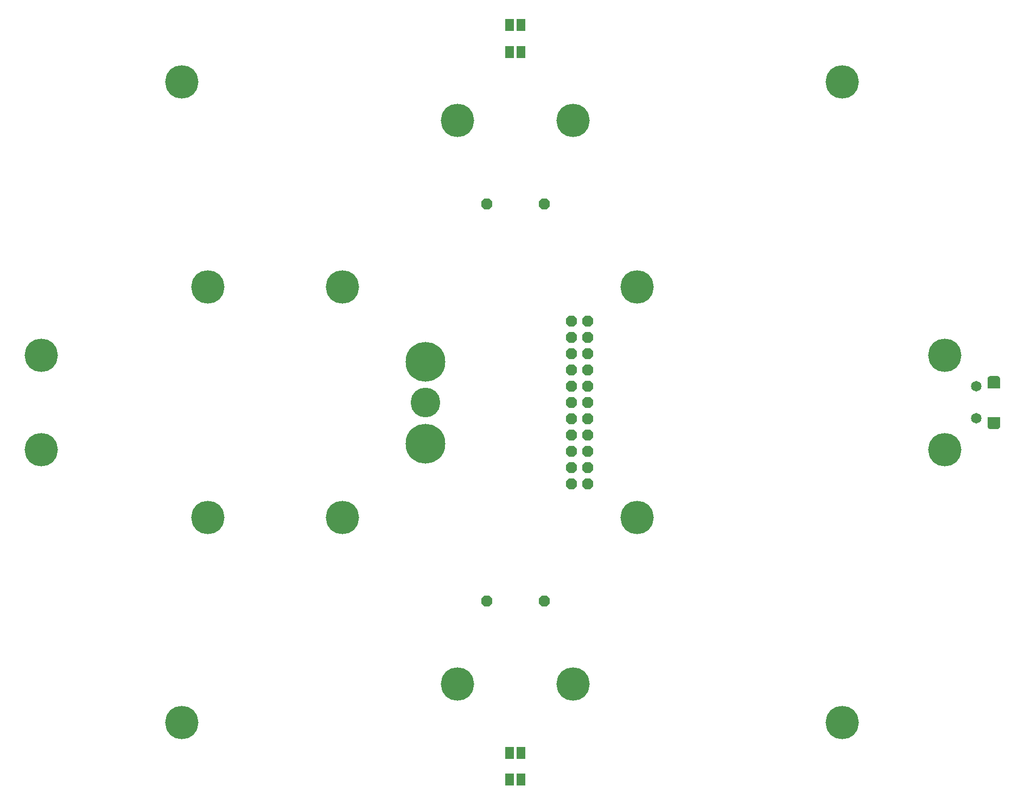
<source format=gbs>
G75*
%MOIN*%
%OFA0B0*%
%FSLAX24Y24*%
%IPPOS*%
%LPD*%
%AMOC8*
5,1,8,0,0,1.08239X$1,22.5*
%
%ADD10C,0.2442*%
%ADD11C,0.1819*%
%ADD12R,0.0580X0.0749*%
%ADD13OC8,0.0680*%
%ADD14C,0.0651*%
%ADD15C,0.0000*%
%ADD16C,0.0001*%
%ADD17C,0.2049*%
D10*
X035692Y027956D03*
X035692Y032995D03*
D11*
X035692Y030495D03*
D12*
X040849Y052030D03*
X041558Y052030D03*
X041558Y053684D03*
X040849Y053684D03*
X040849Y008960D03*
X041558Y008960D03*
X041558Y007306D03*
X040849Y007306D03*
D13*
X039432Y018290D03*
X042975Y018290D03*
X044641Y025495D03*
X045641Y025495D03*
X045641Y026495D03*
X045641Y027495D03*
X044641Y027495D03*
X044641Y026495D03*
X044641Y028495D03*
X045641Y028495D03*
X045641Y029495D03*
X044641Y029495D03*
X044641Y030495D03*
X045641Y030495D03*
X045641Y031495D03*
X045641Y032495D03*
X044641Y032495D03*
X044641Y031495D03*
X044641Y033495D03*
X045641Y033495D03*
X045641Y034495D03*
X044641Y034495D03*
X044641Y035495D03*
X045641Y035495D03*
X042975Y042700D03*
X039432Y042700D03*
D14*
X069511Y031479D03*
X069511Y029511D03*
D15*
X070200Y029589D02*
X070200Y029078D01*
X070205Y029034D01*
X070219Y028992D01*
X070243Y028955D01*
X070274Y028924D01*
X070311Y028900D01*
X070353Y028886D01*
X070397Y028881D01*
X070751Y028881D01*
X070795Y028886D01*
X070836Y028900D01*
X070874Y028924D01*
X070905Y028955D01*
X070928Y028992D01*
X070943Y029034D01*
X070948Y029078D01*
X070948Y029589D01*
X070200Y029589D01*
X070200Y031400D02*
X070200Y031912D01*
X070205Y031956D01*
X070219Y031998D01*
X070243Y032035D01*
X070274Y032066D01*
X070311Y032090D01*
X070353Y032104D01*
X070397Y032109D01*
X070751Y032109D01*
X070795Y032104D01*
X070836Y032090D01*
X070874Y032066D01*
X070905Y032035D01*
X070928Y031998D01*
X070943Y031956D01*
X070948Y031912D01*
X070948Y031400D01*
X070200Y031400D01*
D16*
X070200Y031401D02*
X070948Y031401D01*
X070948Y031402D02*
X070200Y031402D01*
X070200Y031403D02*
X070948Y031403D01*
X070948Y031404D02*
X070200Y031404D01*
X070200Y031405D02*
X070948Y031405D01*
X070948Y031406D02*
X070200Y031406D01*
X070200Y031407D02*
X070948Y031407D01*
X070948Y031408D02*
X070200Y031408D01*
X070200Y031409D02*
X070948Y031409D01*
X070948Y031410D02*
X070200Y031410D01*
X070200Y031411D02*
X070948Y031411D01*
X070948Y031412D02*
X070200Y031412D01*
X070200Y031413D02*
X070948Y031413D01*
X070948Y031414D02*
X070200Y031414D01*
X070200Y031415D02*
X070948Y031415D01*
X070948Y031416D02*
X070200Y031416D01*
X070200Y031417D02*
X070948Y031417D01*
X070948Y031418D02*
X070200Y031418D01*
X070200Y031419D02*
X070948Y031419D01*
X070948Y031420D02*
X070200Y031420D01*
X070200Y031421D02*
X070948Y031421D01*
X070948Y031422D02*
X070200Y031422D01*
X070200Y031423D02*
X070948Y031423D01*
X070948Y031424D02*
X070200Y031424D01*
X070200Y031425D02*
X070948Y031425D01*
X070948Y031426D02*
X070200Y031426D01*
X070200Y031427D02*
X070948Y031427D01*
X070948Y031428D02*
X070200Y031428D01*
X070200Y031429D02*
X070948Y031429D01*
X070948Y031430D02*
X070200Y031430D01*
X070200Y031431D02*
X070948Y031431D01*
X070948Y031432D02*
X070200Y031432D01*
X070200Y031433D02*
X070948Y031433D01*
X070948Y031434D02*
X070200Y031434D01*
X070200Y031435D02*
X070948Y031435D01*
X070948Y031436D02*
X070200Y031436D01*
X070200Y031437D02*
X070948Y031437D01*
X070948Y031438D02*
X070200Y031438D01*
X070200Y031439D02*
X070948Y031439D01*
X070948Y031440D02*
X070200Y031440D01*
X070200Y031441D02*
X070948Y031441D01*
X070948Y031442D02*
X070200Y031442D01*
X070200Y031443D02*
X070948Y031443D01*
X070948Y031444D02*
X070200Y031444D01*
X070200Y031445D02*
X070948Y031445D01*
X070948Y031446D02*
X070200Y031446D01*
X070200Y031447D02*
X070948Y031447D01*
X070948Y031448D02*
X070200Y031448D01*
X070200Y031449D02*
X070948Y031449D01*
X070948Y031450D02*
X070200Y031450D01*
X070200Y031451D02*
X070948Y031451D01*
X070948Y031452D02*
X070200Y031452D01*
X070200Y031453D02*
X070948Y031453D01*
X070948Y031454D02*
X070200Y031454D01*
X070200Y031455D02*
X070948Y031455D01*
X070948Y031456D02*
X070200Y031456D01*
X070200Y031457D02*
X070948Y031457D01*
X070948Y031458D02*
X070200Y031458D01*
X070200Y031459D02*
X070948Y031459D01*
X070948Y031460D02*
X070200Y031460D01*
X070200Y031461D02*
X070948Y031461D01*
X070948Y031462D02*
X070200Y031462D01*
X070200Y031463D02*
X070948Y031463D01*
X070948Y031464D02*
X070200Y031464D01*
X070200Y031465D02*
X070948Y031465D01*
X070948Y031466D02*
X070200Y031466D01*
X070200Y031467D02*
X070948Y031467D01*
X070948Y031468D02*
X070200Y031468D01*
X070200Y031469D02*
X070948Y031469D01*
X070948Y031470D02*
X070200Y031470D01*
X070200Y031471D02*
X070948Y031471D01*
X070948Y031472D02*
X070200Y031472D01*
X070200Y031473D02*
X070948Y031473D01*
X070948Y031474D02*
X070200Y031474D01*
X070200Y031475D02*
X070948Y031475D01*
X070948Y031476D02*
X070200Y031476D01*
X070200Y031477D02*
X070948Y031477D01*
X070948Y031478D02*
X070200Y031478D01*
X070200Y031479D02*
X070948Y031479D01*
X070948Y031480D02*
X070200Y031480D01*
X070200Y031481D02*
X070948Y031481D01*
X070948Y031482D02*
X070200Y031482D01*
X070200Y031483D02*
X070948Y031483D01*
X070948Y031484D02*
X070200Y031484D01*
X070200Y031485D02*
X070948Y031485D01*
X070948Y031486D02*
X070200Y031486D01*
X070200Y031487D02*
X070948Y031487D01*
X070948Y031488D02*
X070200Y031488D01*
X070200Y031489D02*
X070948Y031489D01*
X070948Y031490D02*
X070200Y031490D01*
X070200Y031491D02*
X070948Y031491D01*
X070948Y031492D02*
X070200Y031492D01*
X070200Y031493D02*
X070948Y031493D01*
X070948Y031494D02*
X070200Y031494D01*
X070200Y031495D02*
X070948Y031495D01*
X070948Y031496D02*
X070200Y031496D01*
X070200Y031497D02*
X070948Y031497D01*
X070948Y031498D02*
X070200Y031498D01*
X070200Y031499D02*
X070948Y031499D01*
X070948Y031500D02*
X070200Y031500D01*
X070200Y031501D02*
X070948Y031501D01*
X070948Y031502D02*
X070200Y031502D01*
X070200Y031503D02*
X070948Y031503D01*
X070948Y031504D02*
X070200Y031504D01*
X070200Y031505D02*
X070948Y031505D01*
X070948Y031506D02*
X070200Y031506D01*
X070200Y031507D02*
X070948Y031507D01*
X070948Y031508D02*
X070200Y031508D01*
X070200Y031509D02*
X070948Y031509D01*
X070948Y031510D02*
X070200Y031510D01*
X070200Y031511D02*
X070948Y031511D01*
X070948Y031512D02*
X070200Y031512D01*
X070200Y031513D02*
X070948Y031513D01*
X070948Y031514D02*
X070200Y031514D01*
X070200Y031515D02*
X070948Y031515D01*
X070948Y031516D02*
X070200Y031516D01*
X070200Y031517D02*
X070948Y031517D01*
X070948Y031518D02*
X070200Y031518D01*
X070200Y031519D02*
X070948Y031519D01*
X070948Y031520D02*
X070200Y031520D01*
X070200Y031521D02*
X070948Y031521D01*
X070948Y031522D02*
X070200Y031522D01*
X070200Y031523D02*
X070948Y031523D01*
X070948Y031524D02*
X070200Y031524D01*
X070200Y031525D02*
X070948Y031525D01*
X070948Y031526D02*
X070200Y031526D01*
X070200Y031527D02*
X070948Y031527D01*
X070948Y031528D02*
X070200Y031528D01*
X070200Y031529D02*
X070948Y031529D01*
X070948Y031530D02*
X070200Y031530D01*
X070200Y031531D02*
X070948Y031531D01*
X070948Y031532D02*
X070200Y031532D01*
X070200Y031533D02*
X070948Y031533D01*
X070948Y031534D02*
X070200Y031534D01*
X070200Y031535D02*
X070948Y031535D01*
X070948Y031536D02*
X070200Y031536D01*
X070200Y031537D02*
X070948Y031537D01*
X070948Y031538D02*
X070200Y031538D01*
X070200Y031539D02*
X070948Y031539D01*
X070948Y031540D02*
X070200Y031540D01*
X070200Y031541D02*
X070948Y031541D01*
X070948Y031542D02*
X070200Y031542D01*
X070200Y031543D02*
X070948Y031543D01*
X070948Y031544D02*
X070200Y031544D01*
X070200Y031545D02*
X070948Y031545D01*
X070948Y031546D02*
X070200Y031546D01*
X070200Y031547D02*
X070948Y031547D01*
X070948Y031548D02*
X070200Y031548D01*
X070200Y031549D02*
X070948Y031549D01*
X070948Y031550D02*
X070200Y031550D01*
X070200Y031551D02*
X070948Y031551D01*
X070948Y031552D02*
X070200Y031552D01*
X070200Y031553D02*
X070948Y031553D01*
X070948Y031554D02*
X070200Y031554D01*
X070200Y031555D02*
X070948Y031555D01*
X070948Y031556D02*
X070200Y031556D01*
X070200Y031557D02*
X070948Y031557D01*
X070948Y031558D02*
X070200Y031558D01*
X070200Y031559D02*
X070948Y031559D01*
X070948Y031560D02*
X070200Y031560D01*
X070200Y031561D02*
X070948Y031561D01*
X070948Y031562D02*
X070200Y031562D01*
X070200Y031563D02*
X070948Y031563D01*
X070948Y031564D02*
X070200Y031564D01*
X070200Y031565D02*
X070948Y031565D01*
X070948Y031566D02*
X070200Y031566D01*
X070200Y031567D02*
X070948Y031567D01*
X070948Y031568D02*
X070200Y031568D01*
X070200Y031569D02*
X070948Y031569D01*
X070948Y031570D02*
X070200Y031570D01*
X070200Y031571D02*
X070948Y031571D01*
X070948Y031572D02*
X070200Y031572D01*
X070200Y031573D02*
X070948Y031573D01*
X070948Y031574D02*
X070200Y031574D01*
X070200Y031575D02*
X070948Y031575D01*
X070948Y031576D02*
X070200Y031576D01*
X070200Y031577D02*
X070948Y031577D01*
X070948Y031578D02*
X070200Y031578D01*
X070200Y031579D02*
X070948Y031579D01*
X070948Y031580D02*
X070200Y031580D01*
X070200Y031581D02*
X070948Y031581D01*
X070948Y031582D02*
X070200Y031582D01*
X070200Y031583D02*
X070948Y031583D01*
X070948Y031584D02*
X070200Y031584D01*
X070200Y031585D02*
X070948Y031585D01*
X070948Y031586D02*
X070200Y031586D01*
X070200Y031587D02*
X070948Y031587D01*
X070948Y031588D02*
X070200Y031588D01*
X070200Y031589D02*
X070948Y031589D01*
X070948Y031590D02*
X070200Y031590D01*
X070200Y031591D02*
X070948Y031591D01*
X070948Y031592D02*
X070200Y031592D01*
X070200Y031593D02*
X070948Y031593D01*
X070948Y031594D02*
X070200Y031594D01*
X070200Y031595D02*
X070948Y031595D01*
X070948Y031596D02*
X070200Y031596D01*
X070200Y031597D02*
X070948Y031597D01*
X070948Y031598D02*
X070200Y031598D01*
X070200Y031599D02*
X070948Y031599D01*
X070948Y031600D02*
X070200Y031600D01*
X070200Y031601D02*
X070948Y031601D01*
X070948Y031602D02*
X070200Y031602D01*
X070200Y031603D02*
X070948Y031603D01*
X070948Y031604D02*
X070200Y031604D01*
X070200Y031605D02*
X070948Y031605D01*
X070948Y031606D02*
X070200Y031606D01*
X070200Y031607D02*
X070948Y031607D01*
X070948Y031608D02*
X070200Y031608D01*
X070200Y031609D02*
X070948Y031609D01*
X070948Y031610D02*
X070200Y031610D01*
X070200Y031611D02*
X070948Y031611D01*
X070948Y031612D02*
X070200Y031612D01*
X070200Y031613D02*
X070948Y031613D01*
X070948Y031614D02*
X070200Y031614D01*
X070200Y031615D02*
X070948Y031615D01*
X070948Y031616D02*
X070200Y031616D01*
X070200Y031617D02*
X070948Y031617D01*
X070948Y031618D02*
X070200Y031618D01*
X070200Y031619D02*
X070948Y031619D01*
X070948Y031620D02*
X070200Y031620D01*
X070200Y031621D02*
X070948Y031621D01*
X070948Y031622D02*
X070200Y031622D01*
X070200Y031623D02*
X070948Y031623D01*
X070948Y031624D02*
X070200Y031624D01*
X070200Y031625D02*
X070948Y031625D01*
X070948Y031626D02*
X070200Y031626D01*
X070200Y031627D02*
X070948Y031627D01*
X070948Y031628D02*
X070200Y031628D01*
X070200Y031629D02*
X070948Y031629D01*
X070948Y031630D02*
X070200Y031630D01*
X070200Y031631D02*
X070948Y031631D01*
X070948Y031632D02*
X070200Y031632D01*
X070200Y031633D02*
X070948Y031633D01*
X070948Y031634D02*
X070200Y031634D01*
X070200Y031635D02*
X070948Y031635D01*
X070948Y031636D02*
X070200Y031636D01*
X070200Y031637D02*
X070948Y031637D01*
X070948Y031638D02*
X070200Y031638D01*
X070200Y031639D02*
X070948Y031639D01*
X070948Y031640D02*
X070200Y031640D01*
X070200Y031641D02*
X070948Y031641D01*
X070948Y031642D02*
X070200Y031642D01*
X070200Y031643D02*
X070948Y031643D01*
X070948Y031644D02*
X070200Y031644D01*
X070200Y031645D02*
X070948Y031645D01*
X070948Y031646D02*
X070200Y031646D01*
X070200Y031647D02*
X070948Y031647D01*
X070948Y031648D02*
X070200Y031648D01*
X070200Y031649D02*
X070948Y031649D01*
X070948Y031650D02*
X070200Y031650D01*
X070200Y031651D02*
X070948Y031651D01*
X070948Y031652D02*
X070200Y031652D01*
X070200Y031653D02*
X070948Y031653D01*
X070948Y031654D02*
X070200Y031654D01*
X070200Y031655D02*
X070948Y031655D01*
X070948Y031656D02*
X070200Y031656D01*
X070200Y031657D02*
X070948Y031657D01*
X070948Y031658D02*
X070200Y031658D01*
X070200Y031659D02*
X070948Y031659D01*
X070948Y031660D02*
X070200Y031660D01*
X070200Y031661D02*
X070948Y031661D01*
X070948Y031662D02*
X070200Y031662D01*
X070200Y031663D02*
X070948Y031663D01*
X070948Y031664D02*
X070200Y031664D01*
X070200Y031665D02*
X070948Y031665D01*
X070948Y031666D02*
X070200Y031666D01*
X070200Y031667D02*
X070948Y031667D01*
X070948Y031668D02*
X070200Y031668D01*
X070200Y031669D02*
X070948Y031669D01*
X070948Y031670D02*
X070200Y031670D01*
X070200Y031671D02*
X070948Y031671D01*
X070948Y031672D02*
X070200Y031672D01*
X070200Y031673D02*
X070948Y031673D01*
X070948Y031674D02*
X070200Y031674D01*
X070200Y031675D02*
X070948Y031675D01*
X070948Y031676D02*
X070200Y031676D01*
X070200Y031677D02*
X070948Y031677D01*
X070948Y031678D02*
X070200Y031678D01*
X070200Y031679D02*
X070948Y031679D01*
X070948Y031680D02*
X070200Y031680D01*
X070200Y031681D02*
X070948Y031681D01*
X070948Y031682D02*
X070200Y031682D01*
X070200Y031683D02*
X070948Y031683D01*
X070948Y031684D02*
X070200Y031684D01*
X070200Y031685D02*
X070948Y031685D01*
X070948Y031686D02*
X070200Y031686D01*
X070200Y031687D02*
X070948Y031687D01*
X070948Y031688D02*
X070200Y031688D01*
X070200Y031689D02*
X070948Y031689D01*
X070948Y031690D02*
X070200Y031690D01*
X070200Y031691D02*
X070948Y031691D01*
X070948Y031692D02*
X070200Y031692D01*
X070200Y031693D02*
X070948Y031693D01*
X070948Y031694D02*
X070200Y031694D01*
X070200Y031695D02*
X070948Y031695D01*
X070948Y031696D02*
X070200Y031696D01*
X070200Y031697D02*
X070948Y031697D01*
X070948Y031698D02*
X070200Y031698D01*
X070200Y031699D02*
X070948Y031699D01*
X070948Y031700D02*
X070200Y031700D01*
X070200Y031701D02*
X070948Y031701D01*
X070948Y031702D02*
X070200Y031702D01*
X070200Y031703D02*
X070948Y031703D01*
X070948Y031704D02*
X070200Y031704D01*
X070200Y031705D02*
X070948Y031705D01*
X070948Y031706D02*
X070200Y031706D01*
X070200Y031707D02*
X070948Y031707D01*
X070948Y031708D02*
X070200Y031708D01*
X070200Y031709D02*
X070948Y031709D01*
X070948Y031710D02*
X070200Y031710D01*
X070200Y031711D02*
X070948Y031711D01*
X070948Y031712D02*
X070200Y031712D01*
X070200Y031713D02*
X070948Y031713D01*
X070948Y031714D02*
X070200Y031714D01*
X070200Y031715D02*
X070948Y031715D01*
X070948Y031716D02*
X070200Y031716D01*
X070200Y031717D02*
X070948Y031717D01*
X070948Y031718D02*
X070200Y031718D01*
X070200Y031719D02*
X070948Y031719D01*
X070948Y031720D02*
X070200Y031720D01*
X070200Y031721D02*
X070948Y031721D01*
X070948Y031722D02*
X070200Y031722D01*
X070200Y031723D02*
X070948Y031723D01*
X070948Y031724D02*
X070200Y031724D01*
X070200Y031725D02*
X070948Y031725D01*
X070948Y031726D02*
X070200Y031726D01*
X070200Y031727D02*
X070948Y031727D01*
X070948Y031728D02*
X070200Y031728D01*
X070200Y031729D02*
X070948Y031729D01*
X070948Y031730D02*
X070200Y031730D01*
X070200Y031731D02*
X070948Y031731D01*
X070948Y031732D02*
X070200Y031732D01*
X070200Y031733D02*
X070948Y031733D01*
X070948Y031734D02*
X070200Y031734D01*
X070200Y031735D02*
X070948Y031735D01*
X070948Y031736D02*
X070200Y031736D01*
X070200Y031737D02*
X070948Y031737D01*
X070948Y031738D02*
X070200Y031738D01*
X070200Y031739D02*
X070948Y031739D01*
X070948Y031740D02*
X070200Y031740D01*
X070200Y031741D02*
X070948Y031741D01*
X070948Y031742D02*
X070200Y031742D01*
X070200Y031743D02*
X070948Y031743D01*
X070948Y031744D02*
X070200Y031744D01*
X070200Y031745D02*
X070948Y031745D01*
X070948Y031746D02*
X070200Y031746D01*
X070200Y031747D02*
X070948Y031747D01*
X070948Y031748D02*
X070200Y031748D01*
X070200Y031749D02*
X070948Y031749D01*
X070948Y031750D02*
X070200Y031750D01*
X070200Y031751D02*
X070948Y031751D01*
X070948Y031752D02*
X070200Y031752D01*
X070200Y031753D02*
X070948Y031753D01*
X070948Y031754D02*
X070200Y031754D01*
X070200Y031755D02*
X070948Y031755D01*
X070948Y031756D02*
X070200Y031756D01*
X070200Y031757D02*
X070948Y031757D01*
X070948Y031758D02*
X070200Y031758D01*
X070200Y031759D02*
X070948Y031759D01*
X070948Y031760D02*
X070200Y031760D01*
X070200Y031761D02*
X070948Y031761D01*
X070948Y031762D02*
X070200Y031762D01*
X070200Y031763D02*
X070948Y031763D01*
X070948Y031764D02*
X070200Y031764D01*
X070200Y031765D02*
X070948Y031765D01*
X070948Y031766D02*
X070200Y031766D01*
X070200Y031767D02*
X070948Y031767D01*
X070948Y031768D02*
X070200Y031768D01*
X070200Y031769D02*
X070948Y031769D01*
X070948Y031770D02*
X070200Y031770D01*
X070200Y031771D02*
X070948Y031771D01*
X070948Y031772D02*
X070200Y031772D01*
X070200Y031773D02*
X070948Y031773D01*
X070948Y031774D02*
X070200Y031774D01*
X070200Y031775D02*
X070948Y031775D01*
X070948Y031776D02*
X070200Y031776D01*
X070200Y031777D02*
X070948Y031777D01*
X070948Y031778D02*
X070200Y031778D01*
X070200Y031779D02*
X070948Y031779D01*
X070948Y031780D02*
X070200Y031780D01*
X070200Y031781D02*
X070948Y031781D01*
X070948Y031782D02*
X070200Y031782D01*
X070200Y031783D02*
X070948Y031783D01*
X070948Y031784D02*
X070200Y031784D01*
X070200Y031785D02*
X070948Y031785D01*
X070948Y031786D02*
X070200Y031786D01*
X070200Y031787D02*
X070948Y031787D01*
X070948Y031788D02*
X070200Y031788D01*
X070200Y031789D02*
X070948Y031789D01*
X070948Y031790D02*
X070200Y031790D01*
X070200Y031791D02*
X070948Y031791D01*
X070948Y031792D02*
X070200Y031792D01*
X070200Y031793D02*
X070948Y031793D01*
X070948Y031794D02*
X070200Y031794D01*
X070200Y031795D02*
X070948Y031795D01*
X070948Y031796D02*
X070200Y031796D01*
X070200Y031797D02*
X070948Y031797D01*
X070948Y031798D02*
X070200Y031798D01*
X070200Y031799D02*
X070948Y031799D01*
X070948Y031800D02*
X070200Y031800D01*
X070200Y031801D02*
X070948Y031801D01*
X070948Y031802D02*
X070200Y031802D01*
X070200Y031803D02*
X070948Y031803D01*
X070948Y031804D02*
X070200Y031804D01*
X070200Y031805D02*
X070948Y031805D01*
X070948Y031806D02*
X070200Y031806D01*
X070200Y031807D02*
X070948Y031807D01*
X070948Y031808D02*
X070200Y031808D01*
X070200Y031809D02*
X070948Y031809D01*
X070948Y031810D02*
X070200Y031810D01*
X070200Y031811D02*
X070948Y031811D01*
X070948Y031812D02*
X070200Y031812D01*
X070200Y031813D02*
X070948Y031813D01*
X070948Y031814D02*
X070200Y031814D01*
X070200Y031815D02*
X070948Y031815D01*
X070948Y031816D02*
X070200Y031816D01*
X070200Y031817D02*
X070948Y031817D01*
X070948Y031818D02*
X070200Y031818D01*
X070200Y031819D02*
X070948Y031819D01*
X070948Y031820D02*
X070200Y031820D01*
X070200Y031821D02*
X070948Y031821D01*
X070948Y031822D02*
X070200Y031822D01*
X070200Y031823D02*
X070948Y031823D01*
X070948Y031824D02*
X070200Y031824D01*
X070200Y031825D02*
X070948Y031825D01*
X070948Y031826D02*
X070200Y031826D01*
X070200Y031827D02*
X070948Y031827D01*
X070948Y031828D02*
X070200Y031828D01*
X070200Y031829D02*
X070948Y031829D01*
X070948Y031830D02*
X070200Y031830D01*
X070200Y031831D02*
X070948Y031831D01*
X070948Y031832D02*
X070200Y031832D01*
X070200Y031833D02*
X070948Y031833D01*
X070948Y031834D02*
X070200Y031834D01*
X070200Y031835D02*
X070948Y031835D01*
X070948Y031836D02*
X070200Y031836D01*
X070200Y031837D02*
X070948Y031837D01*
X070948Y031838D02*
X070200Y031838D01*
X070200Y031839D02*
X070948Y031839D01*
X070948Y031840D02*
X070200Y031840D01*
X070200Y031841D02*
X070948Y031841D01*
X070948Y031842D02*
X070200Y031842D01*
X070200Y031843D02*
X070948Y031843D01*
X070948Y031844D02*
X070200Y031844D01*
X070200Y031845D02*
X070948Y031845D01*
X070948Y031846D02*
X070200Y031846D01*
X070200Y031847D02*
X070948Y031847D01*
X070948Y031848D02*
X070200Y031848D01*
X070200Y031849D02*
X070948Y031849D01*
X070948Y031850D02*
X070200Y031850D01*
X070200Y031851D02*
X070948Y031851D01*
X070948Y031852D02*
X070200Y031852D01*
X070200Y031853D02*
X070948Y031853D01*
X070948Y031854D02*
X070200Y031854D01*
X070200Y031855D02*
X070948Y031855D01*
X070948Y031856D02*
X070200Y031856D01*
X070200Y031857D02*
X070948Y031857D01*
X070948Y031858D02*
X070200Y031858D01*
X070200Y031859D02*
X070948Y031859D01*
X070948Y031860D02*
X070200Y031860D01*
X070200Y031861D02*
X070948Y031861D01*
X070948Y031862D02*
X070200Y031862D01*
X070200Y031863D02*
X070948Y031863D01*
X070948Y031864D02*
X070200Y031864D01*
X070200Y031865D02*
X070948Y031865D01*
X070948Y031866D02*
X070200Y031866D01*
X070200Y031867D02*
X070948Y031867D01*
X070948Y031868D02*
X070200Y031868D01*
X070200Y031869D02*
X070948Y031869D01*
X070948Y031870D02*
X070200Y031870D01*
X070200Y031871D02*
X070948Y031871D01*
X070948Y031872D02*
X070200Y031872D01*
X070200Y031873D02*
X070948Y031873D01*
X070948Y031874D02*
X070200Y031874D01*
X070200Y031875D02*
X070948Y031875D01*
X070948Y031876D02*
X070200Y031876D01*
X070200Y031877D02*
X070948Y031877D01*
X070948Y031878D02*
X070200Y031878D01*
X070200Y031879D02*
X070948Y031879D01*
X070948Y031880D02*
X070200Y031880D01*
X070200Y031881D02*
X070948Y031881D01*
X070948Y031882D02*
X070200Y031882D01*
X070200Y031883D02*
X070948Y031883D01*
X070948Y031884D02*
X070200Y031884D01*
X070200Y031885D02*
X070948Y031885D01*
X070948Y031886D02*
X070200Y031886D01*
X070200Y031887D02*
X070948Y031887D01*
X070948Y031888D02*
X070200Y031888D01*
X070200Y031889D02*
X070948Y031889D01*
X070948Y031890D02*
X070200Y031890D01*
X070200Y031891D02*
X070948Y031891D01*
X070948Y031892D02*
X070200Y031892D01*
X070200Y031893D02*
X070948Y031893D01*
X070948Y031894D02*
X070200Y031894D01*
X070200Y031895D02*
X070948Y031895D01*
X070948Y031896D02*
X070200Y031896D01*
X070200Y031897D02*
X070948Y031897D01*
X070948Y031898D02*
X070200Y031898D01*
X070200Y031899D02*
X070948Y031899D01*
X070948Y031900D02*
X070200Y031900D01*
X070200Y031901D02*
X070948Y031901D01*
X070948Y031902D02*
X070200Y031902D01*
X070200Y031903D02*
X070948Y031903D01*
X070948Y031904D02*
X070200Y031904D01*
X070200Y031905D02*
X070948Y031905D01*
X070948Y031906D02*
X070200Y031906D01*
X070200Y031907D02*
X070948Y031907D01*
X070948Y031908D02*
X070200Y031908D01*
X070200Y031909D02*
X070948Y031909D01*
X070948Y031910D02*
X070200Y031910D01*
X070200Y031911D02*
X070948Y031911D01*
X070948Y031912D02*
X070200Y031912D01*
X070200Y031913D02*
X070948Y031913D01*
X070948Y031914D02*
X070200Y031914D01*
X070200Y031915D02*
X070947Y031915D01*
X070947Y031916D02*
X070200Y031916D01*
X070200Y031917D02*
X070947Y031917D01*
X070947Y031918D02*
X070200Y031918D01*
X070200Y031919D02*
X070947Y031919D01*
X070947Y031920D02*
X070201Y031920D01*
X070201Y031921D02*
X070947Y031921D01*
X070947Y031922D02*
X070201Y031922D01*
X070201Y031923D02*
X070947Y031923D01*
X070946Y031924D02*
X070201Y031924D01*
X070201Y031925D02*
X070946Y031925D01*
X070946Y031926D02*
X070201Y031926D01*
X070201Y031927D02*
X070946Y031927D01*
X070946Y031928D02*
X070201Y031928D01*
X070202Y031929D02*
X070946Y031929D01*
X070946Y031930D02*
X070202Y031930D01*
X070202Y031931D02*
X070946Y031931D01*
X070946Y031932D02*
X070202Y031932D01*
X070202Y031933D02*
X070945Y031933D01*
X070945Y031934D02*
X070202Y031934D01*
X070202Y031935D02*
X070945Y031935D01*
X070945Y031936D02*
X070202Y031936D01*
X070202Y031937D02*
X070945Y031937D01*
X070945Y031938D02*
X070203Y031938D01*
X070203Y031939D02*
X070945Y031939D01*
X070945Y031940D02*
X070203Y031940D01*
X070203Y031941D02*
X070944Y031941D01*
X070944Y031942D02*
X070203Y031942D01*
X070203Y031943D02*
X070944Y031943D01*
X070944Y031944D02*
X070203Y031944D01*
X070203Y031945D02*
X070944Y031945D01*
X070944Y031946D02*
X070203Y031946D01*
X070204Y031947D02*
X070944Y031947D01*
X070944Y031948D02*
X070204Y031948D01*
X070204Y031949D02*
X070944Y031949D01*
X070943Y031950D02*
X070204Y031950D01*
X070204Y031951D02*
X070943Y031951D01*
X070943Y031952D02*
X070204Y031952D01*
X070204Y031953D02*
X070943Y031953D01*
X070943Y031954D02*
X070204Y031954D01*
X070204Y031955D02*
X070943Y031955D01*
X070943Y031956D02*
X070205Y031956D01*
X070205Y031957D02*
X070943Y031957D01*
X070942Y031958D02*
X070205Y031958D01*
X070206Y031959D02*
X070942Y031959D01*
X070941Y031960D02*
X070206Y031960D01*
X070206Y031961D02*
X070941Y031961D01*
X070941Y031962D02*
X070207Y031962D01*
X070207Y031963D02*
X070940Y031963D01*
X070940Y031964D02*
X070207Y031964D01*
X070208Y031965D02*
X070940Y031965D01*
X070939Y031966D02*
X070208Y031966D01*
X070208Y031967D02*
X070939Y031967D01*
X070939Y031968D02*
X070209Y031968D01*
X070209Y031969D02*
X070938Y031969D01*
X070938Y031970D02*
X070209Y031970D01*
X070210Y031971D02*
X070938Y031971D01*
X070937Y031972D02*
X070210Y031972D01*
X070210Y031973D02*
X070937Y031973D01*
X070937Y031974D02*
X070211Y031974D01*
X070211Y031975D02*
X070936Y031975D01*
X070936Y031976D02*
X070212Y031976D01*
X070212Y031977D02*
X070936Y031977D01*
X070935Y031978D02*
X070212Y031978D01*
X070213Y031979D02*
X070935Y031979D01*
X070934Y031980D02*
X070213Y031980D01*
X070213Y031981D02*
X070934Y031981D01*
X070934Y031982D02*
X070214Y031982D01*
X070214Y031983D02*
X070933Y031983D01*
X070933Y031984D02*
X070214Y031984D01*
X070215Y031985D02*
X070933Y031985D01*
X070932Y031986D02*
X070215Y031986D01*
X070215Y031987D02*
X070932Y031987D01*
X070932Y031988D02*
X070216Y031988D01*
X070216Y031989D02*
X070931Y031989D01*
X070931Y031990D02*
X070216Y031990D01*
X070217Y031991D02*
X070931Y031991D01*
X070930Y031992D02*
X070217Y031992D01*
X070217Y031993D02*
X070930Y031993D01*
X070930Y031994D02*
X070218Y031994D01*
X070218Y031995D02*
X070929Y031995D01*
X070929Y031996D02*
X070219Y031996D01*
X070219Y031997D02*
X070929Y031997D01*
X070928Y031998D02*
X070219Y031998D01*
X070220Y031999D02*
X070928Y031999D01*
X070927Y032000D02*
X070220Y032000D01*
X070221Y032001D02*
X070926Y032001D01*
X070926Y032002D02*
X070222Y032002D01*
X070222Y032003D02*
X070925Y032003D01*
X070924Y032004D02*
X070223Y032004D01*
X070224Y032005D02*
X070924Y032005D01*
X070923Y032006D02*
X070224Y032006D01*
X070225Y032007D02*
X070923Y032007D01*
X070922Y032008D02*
X070226Y032008D01*
X070226Y032009D02*
X070921Y032009D01*
X070921Y032010D02*
X070227Y032010D01*
X070227Y032011D02*
X070920Y032011D01*
X070919Y032012D02*
X070228Y032012D01*
X070229Y032013D02*
X070919Y032013D01*
X070918Y032014D02*
X070229Y032014D01*
X070230Y032015D02*
X070917Y032015D01*
X070917Y032016D02*
X070231Y032016D01*
X070231Y032017D02*
X070916Y032017D01*
X070916Y032018D02*
X070232Y032018D01*
X070232Y032019D02*
X070915Y032019D01*
X070914Y032020D02*
X070233Y032020D01*
X070234Y032021D02*
X070914Y032021D01*
X070913Y032022D02*
X070234Y032022D01*
X070235Y032023D02*
X070912Y032023D01*
X070912Y032024D02*
X070236Y032024D01*
X070236Y032025D02*
X070911Y032025D01*
X070911Y032026D02*
X070237Y032026D01*
X070237Y032027D02*
X070910Y032027D01*
X070909Y032028D02*
X070238Y032028D01*
X070239Y032029D02*
X070909Y032029D01*
X070908Y032030D02*
X070239Y032030D01*
X070240Y032031D02*
X070907Y032031D01*
X070907Y032032D02*
X070241Y032032D01*
X070241Y032033D02*
X070906Y032033D01*
X070906Y032034D02*
X070242Y032034D01*
X070242Y032035D02*
X070905Y032035D01*
X070904Y032036D02*
X070243Y032036D01*
X070244Y032037D02*
X070903Y032037D01*
X070902Y032038D02*
X070245Y032038D01*
X070246Y032039D02*
X070901Y032039D01*
X070900Y032040D02*
X070247Y032040D01*
X070248Y032041D02*
X070899Y032041D01*
X070898Y032042D02*
X070249Y032042D01*
X070250Y032043D02*
X070897Y032043D01*
X070896Y032044D02*
X070251Y032044D01*
X070252Y032045D02*
X070895Y032045D01*
X070894Y032046D02*
X070253Y032046D01*
X070254Y032047D02*
X070893Y032047D01*
X070892Y032048D02*
X070255Y032048D01*
X070256Y032049D02*
X070891Y032049D01*
X070890Y032050D02*
X070257Y032050D01*
X070258Y032051D02*
X070889Y032051D01*
X070888Y032052D02*
X070259Y032052D01*
X070260Y032053D02*
X070887Y032053D01*
X070886Y032054D02*
X070261Y032054D01*
X070262Y032055D02*
X070885Y032055D01*
X070884Y032056D02*
X070263Y032056D01*
X070264Y032057D02*
X070883Y032057D01*
X070882Y032058D02*
X070265Y032058D01*
X070266Y032059D02*
X070881Y032059D01*
X070880Y032060D02*
X070267Y032060D01*
X070268Y032061D02*
X070879Y032061D01*
X070878Y032062D02*
X070269Y032062D01*
X070270Y032063D02*
X070877Y032063D01*
X070876Y032064D02*
X070271Y032064D01*
X070272Y032065D02*
X070875Y032065D01*
X070874Y032066D02*
X070273Y032066D01*
X070275Y032067D02*
X070873Y032067D01*
X070871Y032068D02*
X070276Y032068D01*
X070278Y032069D02*
X070870Y032069D01*
X070868Y032070D02*
X070279Y032070D01*
X070281Y032071D02*
X070866Y032071D01*
X070865Y032072D02*
X070283Y032072D01*
X070284Y032073D02*
X070863Y032073D01*
X070862Y032074D02*
X070286Y032074D01*
X070287Y032075D02*
X070860Y032075D01*
X070858Y032076D02*
X070289Y032076D01*
X070291Y032077D02*
X070857Y032077D01*
X070855Y032078D02*
X070292Y032078D01*
X070294Y032079D02*
X070854Y032079D01*
X070852Y032080D02*
X070295Y032080D01*
X070297Y032081D02*
X070851Y032081D01*
X070849Y032082D02*
X070298Y032082D01*
X070300Y032083D02*
X070847Y032083D01*
X070846Y032084D02*
X070302Y032084D01*
X070303Y032085D02*
X070844Y032085D01*
X070843Y032086D02*
X070305Y032086D01*
X070306Y032087D02*
X070841Y032087D01*
X070839Y032088D02*
X070308Y032088D01*
X070310Y032089D02*
X070838Y032089D01*
X070836Y032090D02*
X070311Y032090D01*
X070314Y032091D02*
X070833Y032091D01*
X070830Y032092D02*
X070317Y032092D01*
X070320Y032093D02*
X070828Y032093D01*
X070825Y032094D02*
X070323Y032094D01*
X070326Y032095D02*
X070822Y032095D01*
X070819Y032096D02*
X070328Y032096D01*
X070331Y032097D02*
X070816Y032097D01*
X070813Y032098D02*
X070334Y032098D01*
X070337Y032099D02*
X070810Y032099D01*
X070808Y032100D02*
X070340Y032100D01*
X070343Y032101D02*
X070805Y032101D01*
X070802Y032102D02*
X070346Y032102D01*
X070348Y032103D02*
X070799Y032103D01*
X070796Y032104D02*
X070351Y032104D01*
X070357Y032105D02*
X070790Y032105D01*
X070782Y032106D02*
X070366Y032106D01*
X070375Y032107D02*
X070773Y032107D01*
X070764Y032108D02*
X070384Y032108D01*
X070392Y032109D02*
X070755Y032109D01*
X070948Y029589D02*
X070200Y029589D01*
X070200Y029588D02*
X070948Y029588D01*
X070948Y029587D02*
X070200Y029587D01*
X070200Y029586D02*
X070948Y029586D01*
X070948Y029585D02*
X070200Y029585D01*
X070200Y029584D02*
X070948Y029584D01*
X070948Y029583D02*
X070200Y029583D01*
X070200Y029582D02*
X070948Y029582D01*
X070948Y029581D02*
X070200Y029581D01*
X070200Y029580D02*
X070948Y029580D01*
X070948Y029579D02*
X070200Y029579D01*
X070200Y029578D02*
X070948Y029578D01*
X070948Y029577D02*
X070200Y029577D01*
X070200Y029576D02*
X070948Y029576D01*
X070948Y029575D02*
X070200Y029575D01*
X070200Y029574D02*
X070948Y029574D01*
X070948Y029573D02*
X070200Y029573D01*
X070200Y029572D02*
X070948Y029572D01*
X070948Y029571D02*
X070200Y029571D01*
X070200Y029570D02*
X070948Y029570D01*
X070948Y029569D02*
X070200Y029569D01*
X070200Y029568D02*
X070948Y029568D01*
X070948Y029567D02*
X070200Y029567D01*
X070200Y029566D02*
X070948Y029566D01*
X070948Y029565D02*
X070200Y029565D01*
X070200Y029564D02*
X070948Y029564D01*
X070948Y029563D02*
X070200Y029563D01*
X070200Y029562D02*
X070948Y029562D01*
X070948Y029561D02*
X070200Y029561D01*
X070200Y029560D02*
X070948Y029560D01*
X070948Y029559D02*
X070200Y029559D01*
X070200Y029558D02*
X070948Y029558D01*
X070948Y029557D02*
X070200Y029557D01*
X070200Y029556D02*
X070948Y029556D01*
X070948Y029555D02*
X070200Y029555D01*
X070200Y029554D02*
X070948Y029554D01*
X070948Y029553D02*
X070200Y029553D01*
X070200Y029552D02*
X070948Y029552D01*
X070948Y029551D02*
X070200Y029551D01*
X070200Y029550D02*
X070948Y029550D01*
X070948Y029549D02*
X070200Y029549D01*
X070200Y029548D02*
X070948Y029548D01*
X070948Y029547D02*
X070200Y029547D01*
X070200Y029546D02*
X070948Y029546D01*
X070948Y029545D02*
X070200Y029545D01*
X070200Y029544D02*
X070948Y029544D01*
X070948Y029543D02*
X070200Y029543D01*
X070200Y029542D02*
X070948Y029542D01*
X070948Y029541D02*
X070200Y029541D01*
X070200Y029540D02*
X070948Y029540D01*
X070948Y029539D02*
X070200Y029539D01*
X070200Y029538D02*
X070948Y029538D01*
X070948Y029537D02*
X070200Y029537D01*
X070200Y029536D02*
X070948Y029536D01*
X070948Y029535D02*
X070200Y029535D01*
X070200Y029534D02*
X070948Y029534D01*
X070948Y029533D02*
X070200Y029533D01*
X070200Y029532D02*
X070948Y029532D01*
X070948Y029531D02*
X070200Y029531D01*
X070200Y029530D02*
X070948Y029530D01*
X070948Y029529D02*
X070200Y029529D01*
X070200Y029528D02*
X070948Y029528D01*
X070948Y029527D02*
X070200Y029527D01*
X070200Y029526D02*
X070948Y029526D01*
X070948Y029525D02*
X070200Y029525D01*
X070200Y029524D02*
X070948Y029524D01*
X070948Y029523D02*
X070200Y029523D01*
X070200Y029522D02*
X070948Y029522D01*
X070948Y029521D02*
X070200Y029521D01*
X070200Y029520D02*
X070948Y029520D01*
X070948Y029519D02*
X070200Y029519D01*
X070200Y029518D02*
X070948Y029518D01*
X070948Y029517D02*
X070200Y029517D01*
X070200Y029516D02*
X070948Y029516D01*
X070948Y029515D02*
X070200Y029515D01*
X070200Y029514D02*
X070948Y029514D01*
X070948Y029513D02*
X070200Y029513D01*
X070200Y029512D02*
X070948Y029512D01*
X070948Y029511D02*
X070200Y029511D01*
X070200Y029510D02*
X070948Y029510D01*
X070948Y029509D02*
X070200Y029509D01*
X070200Y029508D02*
X070948Y029508D01*
X070948Y029507D02*
X070200Y029507D01*
X070200Y029506D02*
X070948Y029506D01*
X070948Y029505D02*
X070200Y029505D01*
X070200Y029504D02*
X070948Y029504D01*
X070948Y029503D02*
X070200Y029503D01*
X070200Y029502D02*
X070948Y029502D01*
X070948Y029501D02*
X070200Y029501D01*
X070200Y029500D02*
X070948Y029500D01*
X070948Y029499D02*
X070200Y029499D01*
X070200Y029498D02*
X070948Y029498D01*
X070948Y029497D02*
X070200Y029497D01*
X070200Y029496D02*
X070948Y029496D01*
X070948Y029495D02*
X070200Y029495D01*
X070200Y029494D02*
X070948Y029494D01*
X070948Y029493D02*
X070200Y029493D01*
X070200Y029492D02*
X070948Y029492D01*
X070948Y029491D02*
X070200Y029491D01*
X070200Y029490D02*
X070948Y029490D01*
X070948Y029489D02*
X070200Y029489D01*
X070200Y029488D02*
X070948Y029488D01*
X070948Y029487D02*
X070200Y029487D01*
X070200Y029486D02*
X070948Y029486D01*
X070948Y029485D02*
X070200Y029485D01*
X070200Y029484D02*
X070948Y029484D01*
X070948Y029483D02*
X070200Y029483D01*
X070200Y029482D02*
X070948Y029482D01*
X070948Y029481D02*
X070200Y029481D01*
X070200Y029480D02*
X070948Y029480D01*
X070948Y029479D02*
X070200Y029479D01*
X070200Y029478D02*
X070948Y029478D01*
X070948Y029477D02*
X070200Y029477D01*
X070200Y029476D02*
X070948Y029476D01*
X070948Y029475D02*
X070200Y029475D01*
X070200Y029474D02*
X070948Y029474D01*
X070948Y029473D02*
X070200Y029473D01*
X070200Y029472D02*
X070948Y029472D01*
X070948Y029471D02*
X070200Y029471D01*
X070200Y029470D02*
X070948Y029470D01*
X070948Y029469D02*
X070200Y029469D01*
X070200Y029468D02*
X070948Y029468D01*
X070948Y029467D02*
X070200Y029467D01*
X070200Y029466D02*
X070948Y029466D01*
X070948Y029465D02*
X070200Y029465D01*
X070200Y029464D02*
X070948Y029464D01*
X070948Y029463D02*
X070200Y029463D01*
X070200Y029462D02*
X070948Y029462D01*
X070948Y029461D02*
X070200Y029461D01*
X070200Y029460D02*
X070948Y029460D01*
X070948Y029459D02*
X070200Y029459D01*
X070200Y029458D02*
X070948Y029458D01*
X070948Y029457D02*
X070200Y029457D01*
X070200Y029456D02*
X070948Y029456D01*
X070948Y029455D02*
X070200Y029455D01*
X070200Y029454D02*
X070948Y029454D01*
X070948Y029453D02*
X070200Y029453D01*
X070200Y029452D02*
X070948Y029452D01*
X070948Y029451D02*
X070200Y029451D01*
X070200Y029450D02*
X070948Y029450D01*
X070948Y029449D02*
X070200Y029449D01*
X070200Y029448D02*
X070948Y029448D01*
X070948Y029447D02*
X070200Y029447D01*
X070200Y029446D02*
X070948Y029446D01*
X070948Y029445D02*
X070200Y029445D01*
X070200Y029444D02*
X070948Y029444D01*
X070948Y029443D02*
X070200Y029443D01*
X070200Y029442D02*
X070948Y029442D01*
X070948Y029441D02*
X070200Y029441D01*
X070200Y029440D02*
X070948Y029440D01*
X070948Y029439D02*
X070200Y029439D01*
X070200Y029438D02*
X070948Y029438D01*
X070948Y029437D02*
X070200Y029437D01*
X070200Y029436D02*
X070948Y029436D01*
X070948Y029435D02*
X070200Y029435D01*
X070200Y029434D02*
X070948Y029434D01*
X070948Y029433D02*
X070200Y029433D01*
X070200Y029432D02*
X070948Y029432D01*
X070948Y029431D02*
X070200Y029431D01*
X070200Y029430D02*
X070948Y029430D01*
X070948Y029429D02*
X070200Y029429D01*
X070200Y029428D02*
X070948Y029428D01*
X070948Y029427D02*
X070200Y029427D01*
X070200Y029426D02*
X070948Y029426D01*
X070948Y029425D02*
X070200Y029425D01*
X070200Y029424D02*
X070948Y029424D01*
X070948Y029423D02*
X070200Y029423D01*
X070200Y029422D02*
X070948Y029422D01*
X070948Y029421D02*
X070200Y029421D01*
X070200Y029420D02*
X070948Y029420D01*
X070948Y029419D02*
X070200Y029419D01*
X070200Y029418D02*
X070948Y029418D01*
X070948Y029417D02*
X070200Y029417D01*
X070200Y029416D02*
X070948Y029416D01*
X070948Y029415D02*
X070200Y029415D01*
X070200Y029414D02*
X070948Y029414D01*
X070948Y029413D02*
X070200Y029413D01*
X070200Y029412D02*
X070948Y029412D01*
X070948Y029411D02*
X070200Y029411D01*
X070200Y029410D02*
X070948Y029410D01*
X070948Y029409D02*
X070200Y029409D01*
X070200Y029408D02*
X070948Y029408D01*
X070948Y029407D02*
X070200Y029407D01*
X070200Y029406D02*
X070948Y029406D01*
X070948Y029405D02*
X070200Y029405D01*
X070200Y029404D02*
X070948Y029404D01*
X070948Y029403D02*
X070200Y029403D01*
X070200Y029402D02*
X070948Y029402D01*
X070948Y029401D02*
X070200Y029401D01*
X070200Y029400D02*
X070948Y029400D01*
X070948Y029399D02*
X070200Y029399D01*
X070200Y029398D02*
X070948Y029398D01*
X070948Y029397D02*
X070200Y029397D01*
X070200Y029396D02*
X070948Y029396D01*
X070948Y029395D02*
X070200Y029395D01*
X070200Y029394D02*
X070948Y029394D01*
X070948Y029393D02*
X070200Y029393D01*
X070200Y029392D02*
X070948Y029392D01*
X070948Y029391D02*
X070200Y029391D01*
X070200Y029390D02*
X070948Y029390D01*
X070948Y029389D02*
X070200Y029389D01*
X070200Y029388D02*
X070948Y029388D01*
X070948Y029387D02*
X070200Y029387D01*
X070200Y029386D02*
X070948Y029386D01*
X070948Y029385D02*
X070200Y029385D01*
X070200Y029384D02*
X070948Y029384D01*
X070948Y029383D02*
X070200Y029383D01*
X070200Y029382D02*
X070948Y029382D01*
X070948Y029381D02*
X070200Y029381D01*
X070200Y029380D02*
X070948Y029380D01*
X070948Y029379D02*
X070200Y029379D01*
X070200Y029378D02*
X070948Y029378D01*
X070948Y029377D02*
X070200Y029377D01*
X070200Y029376D02*
X070948Y029376D01*
X070948Y029375D02*
X070200Y029375D01*
X070200Y029374D02*
X070948Y029374D01*
X070948Y029373D02*
X070200Y029373D01*
X070200Y029372D02*
X070948Y029372D01*
X070948Y029371D02*
X070200Y029371D01*
X070200Y029370D02*
X070948Y029370D01*
X070948Y029369D02*
X070200Y029369D01*
X070200Y029368D02*
X070948Y029368D01*
X070948Y029367D02*
X070200Y029367D01*
X070200Y029366D02*
X070948Y029366D01*
X070948Y029365D02*
X070200Y029365D01*
X070200Y029364D02*
X070948Y029364D01*
X070948Y029363D02*
X070200Y029363D01*
X070200Y029362D02*
X070948Y029362D01*
X070948Y029361D02*
X070200Y029361D01*
X070200Y029360D02*
X070948Y029360D01*
X070948Y029359D02*
X070200Y029359D01*
X070200Y029358D02*
X070948Y029358D01*
X070948Y029357D02*
X070200Y029357D01*
X070200Y029356D02*
X070948Y029356D01*
X070948Y029355D02*
X070200Y029355D01*
X070200Y029354D02*
X070948Y029354D01*
X070948Y029353D02*
X070200Y029353D01*
X070200Y029352D02*
X070948Y029352D01*
X070948Y029351D02*
X070200Y029351D01*
X070200Y029350D02*
X070948Y029350D01*
X070948Y029349D02*
X070200Y029349D01*
X070200Y029348D02*
X070948Y029348D01*
X070948Y029347D02*
X070200Y029347D01*
X070200Y029346D02*
X070948Y029346D01*
X070948Y029345D02*
X070200Y029345D01*
X070200Y029344D02*
X070948Y029344D01*
X070948Y029343D02*
X070200Y029343D01*
X070200Y029342D02*
X070948Y029342D01*
X070948Y029341D02*
X070200Y029341D01*
X070200Y029340D02*
X070948Y029340D01*
X070948Y029339D02*
X070200Y029339D01*
X070200Y029338D02*
X070948Y029338D01*
X070948Y029337D02*
X070200Y029337D01*
X070200Y029336D02*
X070948Y029336D01*
X070948Y029335D02*
X070200Y029335D01*
X070200Y029334D02*
X070948Y029334D01*
X070948Y029333D02*
X070200Y029333D01*
X070200Y029332D02*
X070948Y029332D01*
X070948Y029331D02*
X070200Y029331D01*
X070200Y029330D02*
X070948Y029330D01*
X070948Y029329D02*
X070200Y029329D01*
X070200Y029328D02*
X070948Y029328D01*
X070948Y029327D02*
X070200Y029327D01*
X070200Y029326D02*
X070948Y029326D01*
X070948Y029325D02*
X070200Y029325D01*
X070200Y029324D02*
X070948Y029324D01*
X070948Y029323D02*
X070200Y029323D01*
X070200Y029322D02*
X070948Y029322D01*
X070948Y029321D02*
X070200Y029321D01*
X070200Y029320D02*
X070948Y029320D01*
X070948Y029319D02*
X070200Y029319D01*
X070200Y029318D02*
X070948Y029318D01*
X070948Y029317D02*
X070200Y029317D01*
X070200Y029316D02*
X070948Y029316D01*
X070948Y029315D02*
X070200Y029315D01*
X070200Y029314D02*
X070948Y029314D01*
X070948Y029313D02*
X070200Y029313D01*
X070200Y029312D02*
X070948Y029312D01*
X070948Y029311D02*
X070200Y029311D01*
X070200Y029310D02*
X070948Y029310D01*
X070948Y029309D02*
X070200Y029309D01*
X070200Y029308D02*
X070948Y029308D01*
X070948Y029307D02*
X070200Y029307D01*
X070200Y029306D02*
X070948Y029306D01*
X070948Y029305D02*
X070200Y029305D01*
X070200Y029304D02*
X070948Y029304D01*
X070948Y029303D02*
X070200Y029303D01*
X070200Y029302D02*
X070948Y029302D01*
X070948Y029301D02*
X070200Y029301D01*
X070200Y029300D02*
X070948Y029300D01*
X070948Y029299D02*
X070200Y029299D01*
X070200Y029298D02*
X070948Y029298D01*
X070948Y029297D02*
X070200Y029297D01*
X070200Y029296D02*
X070948Y029296D01*
X070948Y029295D02*
X070200Y029295D01*
X070200Y029294D02*
X070948Y029294D01*
X070948Y029293D02*
X070200Y029293D01*
X070200Y029292D02*
X070948Y029292D01*
X070948Y029291D02*
X070200Y029291D01*
X070200Y029290D02*
X070948Y029290D01*
X070948Y029289D02*
X070200Y029289D01*
X070200Y029288D02*
X070948Y029288D01*
X070948Y029287D02*
X070200Y029287D01*
X070200Y029286D02*
X070948Y029286D01*
X070948Y029285D02*
X070200Y029285D01*
X070200Y029284D02*
X070948Y029284D01*
X070948Y029283D02*
X070200Y029283D01*
X070200Y029282D02*
X070948Y029282D01*
X070948Y029281D02*
X070200Y029281D01*
X070200Y029280D02*
X070948Y029280D01*
X070948Y029279D02*
X070200Y029279D01*
X070200Y029278D02*
X070948Y029278D01*
X070948Y029277D02*
X070200Y029277D01*
X070200Y029276D02*
X070948Y029276D01*
X070948Y029275D02*
X070200Y029275D01*
X070200Y029274D02*
X070948Y029274D01*
X070948Y029273D02*
X070200Y029273D01*
X070200Y029272D02*
X070948Y029272D01*
X070948Y029271D02*
X070200Y029271D01*
X070200Y029270D02*
X070948Y029270D01*
X070948Y029269D02*
X070200Y029269D01*
X070200Y029268D02*
X070948Y029268D01*
X070948Y029267D02*
X070200Y029267D01*
X070200Y029266D02*
X070948Y029266D01*
X070948Y029265D02*
X070200Y029265D01*
X070200Y029264D02*
X070948Y029264D01*
X070948Y029263D02*
X070200Y029263D01*
X070200Y029262D02*
X070948Y029262D01*
X070948Y029261D02*
X070200Y029261D01*
X070200Y029260D02*
X070948Y029260D01*
X070948Y029259D02*
X070200Y029259D01*
X070200Y029258D02*
X070948Y029258D01*
X070948Y029257D02*
X070200Y029257D01*
X070200Y029256D02*
X070948Y029256D01*
X070948Y029255D02*
X070200Y029255D01*
X070200Y029254D02*
X070948Y029254D01*
X070948Y029253D02*
X070200Y029253D01*
X070200Y029252D02*
X070948Y029252D01*
X070948Y029251D02*
X070200Y029251D01*
X070200Y029250D02*
X070948Y029250D01*
X070948Y029249D02*
X070200Y029249D01*
X070200Y029248D02*
X070948Y029248D01*
X070948Y029247D02*
X070200Y029247D01*
X070200Y029246D02*
X070948Y029246D01*
X070948Y029245D02*
X070200Y029245D01*
X070200Y029244D02*
X070948Y029244D01*
X070948Y029243D02*
X070200Y029243D01*
X070200Y029242D02*
X070948Y029242D01*
X070948Y029241D02*
X070200Y029241D01*
X070200Y029240D02*
X070948Y029240D01*
X070948Y029239D02*
X070200Y029239D01*
X070200Y029238D02*
X070948Y029238D01*
X070200Y029238D01*
X070200Y029237D02*
X070948Y029237D01*
X070948Y029236D02*
X070200Y029236D01*
X070200Y029235D02*
X070948Y029235D01*
X070948Y029234D02*
X070200Y029234D01*
X070200Y029233D02*
X070948Y029233D01*
X070948Y029232D02*
X070200Y029232D01*
X070200Y029231D02*
X070948Y029231D01*
X070948Y029230D02*
X070200Y029230D01*
X070200Y029229D02*
X070948Y029229D01*
X070948Y029228D02*
X070200Y029228D01*
X070200Y029227D02*
X070948Y029227D01*
X070948Y029226D02*
X070200Y029226D01*
X070200Y029225D02*
X070948Y029225D01*
X070948Y029224D02*
X070200Y029224D01*
X070200Y029223D02*
X070948Y029223D01*
X070948Y029222D02*
X070200Y029222D01*
X070200Y029221D02*
X070948Y029221D01*
X070948Y029220D02*
X070200Y029220D01*
X070200Y029219D02*
X070948Y029219D01*
X070948Y029218D02*
X070200Y029218D01*
X070200Y029217D02*
X070948Y029217D01*
X070948Y029216D02*
X070200Y029216D01*
X070200Y029215D02*
X070948Y029215D01*
X070948Y029214D02*
X070200Y029214D01*
X070200Y029213D02*
X070948Y029213D01*
X070948Y029212D02*
X070200Y029212D01*
X070200Y029211D02*
X070948Y029211D01*
X070948Y029210D02*
X070200Y029210D01*
X070200Y029209D02*
X070948Y029209D01*
X070948Y029208D02*
X070200Y029208D01*
X070200Y029207D02*
X070948Y029207D01*
X070948Y029206D02*
X070200Y029206D01*
X070200Y029205D02*
X070948Y029205D01*
X070948Y029204D02*
X070200Y029204D01*
X070200Y029203D02*
X070948Y029203D01*
X070948Y029202D02*
X070200Y029202D01*
X070200Y029201D02*
X070948Y029201D01*
X070948Y029200D02*
X070200Y029200D01*
X070200Y029199D02*
X070948Y029199D01*
X070948Y029198D02*
X070200Y029198D01*
X070200Y029197D02*
X070948Y029197D01*
X070948Y029196D02*
X070200Y029196D01*
X070200Y029195D02*
X070948Y029195D01*
X070948Y029194D02*
X070200Y029194D01*
X070200Y029193D02*
X070948Y029193D01*
X070948Y029192D02*
X070200Y029192D01*
X070200Y029191D02*
X070948Y029191D01*
X070948Y029190D02*
X070200Y029190D01*
X070200Y029189D02*
X070948Y029189D01*
X070948Y029188D02*
X070200Y029188D01*
X070200Y029187D02*
X070948Y029187D01*
X070948Y029186D02*
X070200Y029186D01*
X070200Y029185D02*
X070948Y029185D01*
X070948Y029184D02*
X070200Y029184D01*
X070200Y029183D02*
X070948Y029183D01*
X070948Y029182D02*
X070200Y029182D01*
X070200Y029181D02*
X070948Y029181D01*
X070948Y029180D02*
X070200Y029180D01*
X070200Y029179D02*
X070948Y029179D01*
X070948Y029178D02*
X070200Y029178D01*
X070200Y029177D02*
X070948Y029177D01*
X070948Y029176D02*
X070200Y029176D01*
X070200Y029175D02*
X070948Y029175D01*
X070948Y029174D02*
X070200Y029174D01*
X070200Y029173D02*
X070948Y029173D01*
X070948Y029172D02*
X070200Y029172D01*
X070200Y029171D02*
X070948Y029171D01*
X070948Y029170D02*
X070200Y029170D01*
X070200Y029169D02*
X070948Y029169D01*
X070948Y029168D02*
X070200Y029168D01*
X070200Y029167D02*
X070948Y029167D01*
X070948Y029166D02*
X070200Y029166D01*
X070200Y029165D02*
X070948Y029165D01*
X070948Y029164D02*
X070200Y029164D01*
X070200Y029163D02*
X070948Y029163D01*
X070948Y029162D02*
X070200Y029162D01*
X070200Y029161D02*
X070948Y029161D01*
X070948Y029160D02*
X070200Y029160D01*
X070200Y029159D02*
X070948Y029159D01*
X070948Y029158D02*
X070200Y029158D01*
X070200Y029157D02*
X070948Y029157D01*
X070948Y029156D02*
X070200Y029156D01*
X070200Y029155D02*
X070948Y029155D01*
X070948Y029154D02*
X070200Y029154D01*
X070200Y029153D02*
X070948Y029153D01*
X070948Y029152D02*
X070200Y029152D01*
X070200Y029151D02*
X070948Y029151D01*
X070948Y029150D02*
X070200Y029150D01*
X070200Y029149D02*
X070948Y029149D01*
X070948Y029148D02*
X070200Y029148D01*
X070200Y029147D02*
X070948Y029147D01*
X070948Y029146D02*
X070200Y029146D01*
X070200Y029145D02*
X070948Y029145D01*
X070948Y029144D02*
X070200Y029144D01*
X070200Y029143D02*
X070948Y029143D01*
X070948Y029142D02*
X070200Y029142D01*
X070200Y029141D02*
X070948Y029141D01*
X070948Y029140D02*
X070200Y029140D01*
X070200Y029139D02*
X070948Y029139D01*
X070948Y029138D02*
X070200Y029138D01*
X070200Y029137D02*
X070948Y029137D01*
X070948Y029136D02*
X070200Y029136D01*
X070200Y029135D02*
X070948Y029135D01*
X070948Y029134D02*
X070200Y029134D01*
X070200Y029133D02*
X070948Y029133D01*
X070948Y029132D02*
X070200Y029132D01*
X070200Y029131D02*
X070948Y029131D01*
X070948Y029130D02*
X070200Y029130D01*
X070200Y029129D02*
X070948Y029129D01*
X070948Y029128D02*
X070200Y029128D01*
X070200Y029127D02*
X070948Y029127D01*
X070948Y029126D02*
X070200Y029126D01*
X070200Y029125D02*
X070948Y029125D01*
X070948Y029124D02*
X070200Y029124D01*
X070200Y029123D02*
X070948Y029123D01*
X070948Y029122D02*
X070200Y029122D01*
X070200Y029121D02*
X070948Y029121D01*
X070948Y029120D02*
X070200Y029120D01*
X070200Y029119D02*
X070948Y029119D01*
X070948Y029118D02*
X070200Y029118D01*
X070200Y029117D02*
X070948Y029117D01*
X070948Y029116D02*
X070200Y029116D01*
X070200Y029115D02*
X070948Y029115D01*
X070948Y029114D02*
X070200Y029114D01*
X070200Y029113D02*
X070948Y029113D01*
X070948Y029112D02*
X070200Y029112D01*
X070200Y029111D02*
X070948Y029111D01*
X070948Y029110D02*
X070200Y029110D01*
X070200Y029109D02*
X070948Y029109D01*
X070948Y029108D02*
X070200Y029108D01*
X070200Y029107D02*
X070948Y029107D01*
X070948Y029106D02*
X070200Y029106D01*
X070200Y029105D02*
X070948Y029105D01*
X070948Y029104D02*
X070200Y029104D01*
X070200Y029103D02*
X070948Y029103D01*
X070948Y029102D02*
X070200Y029102D01*
X070200Y029101D02*
X070948Y029101D01*
X070948Y029100D02*
X070200Y029100D01*
X070200Y029099D02*
X070948Y029099D01*
X070948Y029098D02*
X070200Y029098D01*
X070200Y029097D02*
X070948Y029097D01*
X070948Y029096D02*
X070200Y029096D01*
X070200Y029095D02*
X070948Y029095D01*
X070948Y029094D02*
X070200Y029094D01*
X070200Y029093D02*
X070948Y029093D01*
X070948Y029092D02*
X070200Y029092D01*
X070200Y029091D02*
X070948Y029091D01*
X070948Y029090D02*
X070200Y029090D01*
X070200Y029089D02*
X070948Y029089D01*
X070948Y029088D02*
X070200Y029088D01*
X070200Y029087D02*
X070948Y029087D01*
X070948Y029086D02*
X070200Y029086D01*
X070200Y029085D02*
X070948Y029085D01*
X070948Y029084D02*
X070200Y029084D01*
X070200Y029083D02*
X070948Y029083D01*
X070948Y029082D02*
X070200Y029082D01*
X070200Y029081D02*
X070948Y029081D01*
X070948Y029080D02*
X070200Y029080D01*
X070200Y029079D02*
X070948Y029079D01*
X070948Y029078D02*
X070200Y029078D01*
X070200Y029077D02*
X070948Y029077D01*
X070947Y029076D02*
X070200Y029076D01*
X070200Y029075D02*
X070947Y029075D01*
X070947Y029074D02*
X070200Y029074D01*
X070200Y029073D02*
X070947Y029073D01*
X070947Y029072D02*
X070200Y029072D01*
X070200Y029071D02*
X070947Y029071D01*
X070947Y029070D02*
X070201Y029070D01*
X070201Y029069D02*
X070947Y029069D01*
X070947Y029068D02*
X070201Y029068D01*
X070201Y029067D02*
X070946Y029067D01*
X070946Y029066D02*
X070201Y029066D01*
X070201Y029065D02*
X070946Y029065D01*
X070946Y029064D02*
X070201Y029064D01*
X070201Y029063D02*
X070946Y029063D01*
X070946Y029062D02*
X070201Y029062D01*
X070202Y029061D02*
X070946Y029061D01*
X070946Y029060D02*
X070202Y029060D01*
X070202Y029059D02*
X070946Y029059D01*
X070945Y029058D02*
X070202Y029058D01*
X070202Y029057D02*
X070945Y029057D01*
X070945Y029056D02*
X070202Y029056D01*
X070202Y029055D02*
X070945Y029055D01*
X070945Y029054D02*
X070202Y029054D01*
X070202Y029053D02*
X070945Y029053D01*
X070945Y029052D02*
X070203Y029052D01*
X070203Y029051D02*
X070945Y029051D01*
X070945Y029050D02*
X070203Y029050D01*
X070203Y029049D02*
X070944Y029049D01*
X070944Y029048D02*
X070203Y029048D01*
X070203Y029047D02*
X070944Y029047D01*
X070944Y029046D02*
X070203Y029046D01*
X070203Y029045D02*
X070944Y029045D01*
X070944Y029044D02*
X070204Y029044D01*
X070204Y029043D02*
X070944Y029043D01*
X070944Y029042D02*
X070204Y029042D01*
X070204Y029041D02*
X070944Y029041D01*
X070943Y029040D02*
X070204Y029040D01*
X070204Y029039D02*
X070943Y029039D01*
X070943Y029038D02*
X070204Y029038D01*
X070204Y029037D02*
X070943Y029037D01*
X070943Y029036D02*
X070204Y029036D01*
X070205Y029035D02*
X070943Y029035D01*
X070943Y029034D02*
X070205Y029034D01*
X070205Y029033D02*
X070942Y029033D01*
X070942Y029032D02*
X070205Y029032D01*
X070206Y029031D02*
X070942Y029031D01*
X070941Y029030D02*
X070206Y029030D01*
X070206Y029029D02*
X070941Y029029D01*
X070941Y029028D02*
X070207Y029028D01*
X070207Y029027D02*
X070940Y029027D01*
X070940Y029026D02*
X070207Y029026D01*
X070208Y029025D02*
X070940Y029025D01*
X070939Y029024D02*
X070208Y029024D01*
X070209Y029023D02*
X070939Y029023D01*
X070939Y029022D02*
X070209Y029022D01*
X070209Y029021D02*
X070938Y029021D01*
X070938Y029020D02*
X070210Y029020D01*
X070210Y029019D02*
X070937Y029019D01*
X070937Y029018D02*
X070210Y029018D01*
X070211Y029017D02*
X070937Y029017D01*
X070936Y029016D02*
X070211Y029016D01*
X070211Y029015D02*
X070936Y029015D01*
X070936Y029014D02*
X070212Y029014D01*
X070212Y029013D02*
X070935Y029013D01*
X070935Y029012D02*
X070212Y029012D01*
X070213Y029011D02*
X070935Y029011D01*
X070934Y029010D02*
X070213Y029010D01*
X070213Y029009D02*
X070934Y029009D01*
X070934Y029008D02*
X070214Y029008D01*
X070214Y029007D02*
X070933Y029007D01*
X070933Y029006D02*
X070214Y029006D01*
X070215Y029005D02*
X070933Y029005D01*
X070932Y029004D02*
X070215Y029004D01*
X070216Y029003D02*
X070932Y029003D01*
X070932Y029002D02*
X070216Y029002D01*
X070216Y029001D02*
X070931Y029001D01*
X070931Y029000D02*
X070217Y029000D01*
X070217Y028999D02*
X070930Y028999D01*
X070930Y028998D02*
X070217Y028998D01*
X070218Y028997D02*
X070930Y028997D01*
X070929Y028996D02*
X070218Y028996D01*
X070218Y028995D02*
X070929Y028995D01*
X070929Y028994D02*
X070219Y028994D01*
X070219Y028993D02*
X070928Y028993D01*
X070928Y028992D02*
X070219Y028992D01*
X070220Y028991D02*
X070927Y028991D01*
X070927Y028990D02*
X070221Y028990D01*
X070221Y028989D02*
X070926Y028989D01*
X070925Y028988D02*
X070222Y028988D01*
X070223Y028987D02*
X070925Y028987D01*
X070924Y028986D02*
X070223Y028986D01*
X070224Y028985D02*
X070924Y028985D01*
X070923Y028984D02*
X070225Y028984D01*
X070225Y028983D02*
X070922Y028983D01*
X070922Y028982D02*
X070226Y028982D01*
X070226Y028981D02*
X070921Y028981D01*
X070920Y028980D02*
X070227Y028980D01*
X070228Y028979D02*
X070920Y028979D01*
X070919Y028978D02*
X070228Y028978D01*
X070229Y028977D02*
X070919Y028977D01*
X070918Y028976D02*
X070230Y028976D01*
X070230Y028975D02*
X070917Y028975D01*
X070917Y028974D02*
X070231Y028974D01*
X070231Y028973D02*
X070916Y028973D01*
X070915Y028972D02*
X070232Y028972D01*
X070233Y028971D02*
X070915Y028971D01*
X070914Y028970D02*
X070233Y028970D01*
X070234Y028969D02*
X070913Y028969D01*
X070913Y028968D02*
X070235Y028968D01*
X070235Y028967D02*
X070912Y028967D01*
X070912Y028966D02*
X070236Y028966D01*
X070236Y028965D02*
X070911Y028965D01*
X070910Y028964D02*
X070237Y028964D01*
X070238Y028963D02*
X070910Y028963D01*
X070909Y028962D02*
X070238Y028962D01*
X070239Y028961D02*
X070908Y028961D01*
X070908Y028960D02*
X070240Y028960D01*
X070240Y028959D02*
X070907Y028959D01*
X070907Y028958D02*
X070241Y028958D01*
X070241Y028957D02*
X070906Y028957D01*
X070905Y028956D02*
X070242Y028956D01*
X070243Y028955D02*
X070905Y028955D01*
X070904Y028954D02*
X070244Y028954D01*
X070245Y028953D02*
X070903Y028953D01*
X070902Y028952D02*
X070246Y028952D01*
X070247Y028951D02*
X070901Y028951D01*
X070900Y028950D02*
X070248Y028950D01*
X070249Y028949D02*
X070899Y028949D01*
X070898Y028948D02*
X070250Y028948D01*
X070251Y028947D02*
X070897Y028947D01*
X070896Y028946D02*
X070252Y028946D01*
X070253Y028945D02*
X070895Y028945D01*
X070894Y028944D02*
X070254Y028944D01*
X070255Y028943D02*
X070893Y028943D01*
X070892Y028942D02*
X070256Y028942D01*
X070257Y028941D02*
X070891Y028941D01*
X070890Y028940D02*
X070258Y028940D01*
X070259Y028939D02*
X070889Y028939D01*
X070888Y028938D02*
X070260Y028938D01*
X070261Y028937D02*
X070887Y028937D01*
X070886Y028936D02*
X070262Y028936D01*
X070263Y028935D02*
X070885Y028935D01*
X070884Y028934D02*
X070264Y028934D01*
X070265Y028933D02*
X070883Y028933D01*
X070882Y028932D02*
X070266Y028932D01*
X070267Y028931D02*
X070881Y028931D01*
X070880Y028930D02*
X070268Y028930D01*
X070269Y028929D02*
X070879Y028929D01*
X070878Y028928D02*
X070270Y028928D01*
X070271Y028927D02*
X070877Y028927D01*
X070876Y028926D02*
X070272Y028926D01*
X070273Y028925D02*
X070875Y028925D01*
X070874Y028924D02*
X070274Y028924D01*
X070275Y028923D02*
X070872Y028923D01*
X070871Y028922D02*
X070277Y028922D01*
X070278Y028921D02*
X070869Y028921D01*
X070867Y028920D02*
X070280Y028920D01*
X070282Y028919D02*
X070866Y028919D01*
X070864Y028918D02*
X070283Y028918D01*
X070285Y028917D02*
X070863Y028917D01*
X070861Y028916D02*
X070286Y028916D01*
X070288Y028915D02*
X070859Y028915D01*
X070858Y028914D02*
X070290Y028914D01*
X070291Y028913D02*
X070856Y028913D01*
X070855Y028912D02*
X070293Y028912D01*
X070294Y028911D02*
X070853Y028911D01*
X070851Y028910D02*
X070296Y028910D01*
X070298Y028909D02*
X070850Y028909D01*
X070848Y028908D02*
X070299Y028908D01*
X070301Y028907D02*
X070847Y028907D01*
X070845Y028906D02*
X070302Y028906D01*
X070304Y028905D02*
X070844Y028905D01*
X070842Y028904D02*
X070305Y028904D01*
X070307Y028903D02*
X070840Y028903D01*
X070839Y028902D02*
X070309Y028902D01*
X070310Y028901D02*
X070837Y028901D01*
X070835Y028900D02*
X070312Y028900D01*
X070315Y028899D02*
X070832Y028899D01*
X070829Y028898D02*
X070318Y028898D01*
X070321Y028897D02*
X070826Y028897D01*
X070824Y028896D02*
X070324Y028896D01*
X070327Y028895D02*
X070821Y028895D01*
X070818Y028894D02*
X070330Y028894D01*
X070332Y028893D02*
X070815Y028893D01*
X070812Y028892D02*
X070335Y028892D01*
X070338Y028891D02*
X070809Y028891D01*
X070806Y028890D02*
X070341Y028890D01*
X070344Y028889D02*
X070804Y028889D01*
X070801Y028888D02*
X070347Y028888D01*
X070350Y028887D02*
X070798Y028887D01*
X070795Y028886D02*
X070352Y028886D01*
X070361Y028885D02*
X070787Y028885D01*
X070778Y028884D02*
X070369Y028884D01*
X070378Y028883D02*
X070769Y028883D01*
X070760Y028882D02*
X070387Y028882D01*
X070396Y028881D02*
X070751Y028881D01*
D17*
X020731Y010810D03*
X022306Y023408D03*
X030574Y023408D03*
X037660Y013172D03*
X044747Y013172D03*
X048684Y023408D03*
X061282Y010810D03*
X067582Y027595D03*
X067582Y033395D03*
X048684Y037582D03*
X044747Y047818D03*
X037660Y047818D03*
X030574Y037582D03*
X022306Y037582D03*
X012070Y033395D03*
X012070Y027595D03*
X020731Y050180D03*
X061282Y050180D03*
M02*

</source>
